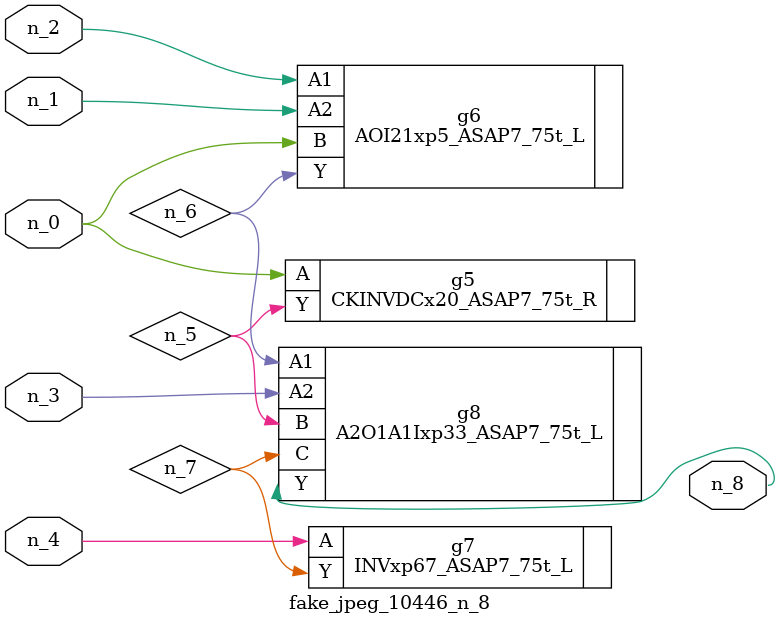
<source format=v>
module fake_jpeg_10446_n_8 (n_3, n_2, n_1, n_0, n_4, n_8);

input n_3;
input n_2;
input n_1;
input n_0;
input n_4;

output n_8;

wire n_6;
wire n_5;
wire n_7;

CKINVDCx20_ASAP7_75t_R g5 ( 
.A(n_0),
.Y(n_5)
);

AOI21xp5_ASAP7_75t_L g6 ( 
.A1(n_2),
.A2(n_1),
.B(n_0),
.Y(n_6)
);

INVxp67_ASAP7_75t_L g7 ( 
.A(n_4),
.Y(n_7)
);

A2O1A1Ixp33_ASAP7_75t_L g8 ( 
.A1(n_6),
.A2(n_3),
.B(n_5),
.C(n_7),
.Y(n_8)
);


endmodule
</source>
